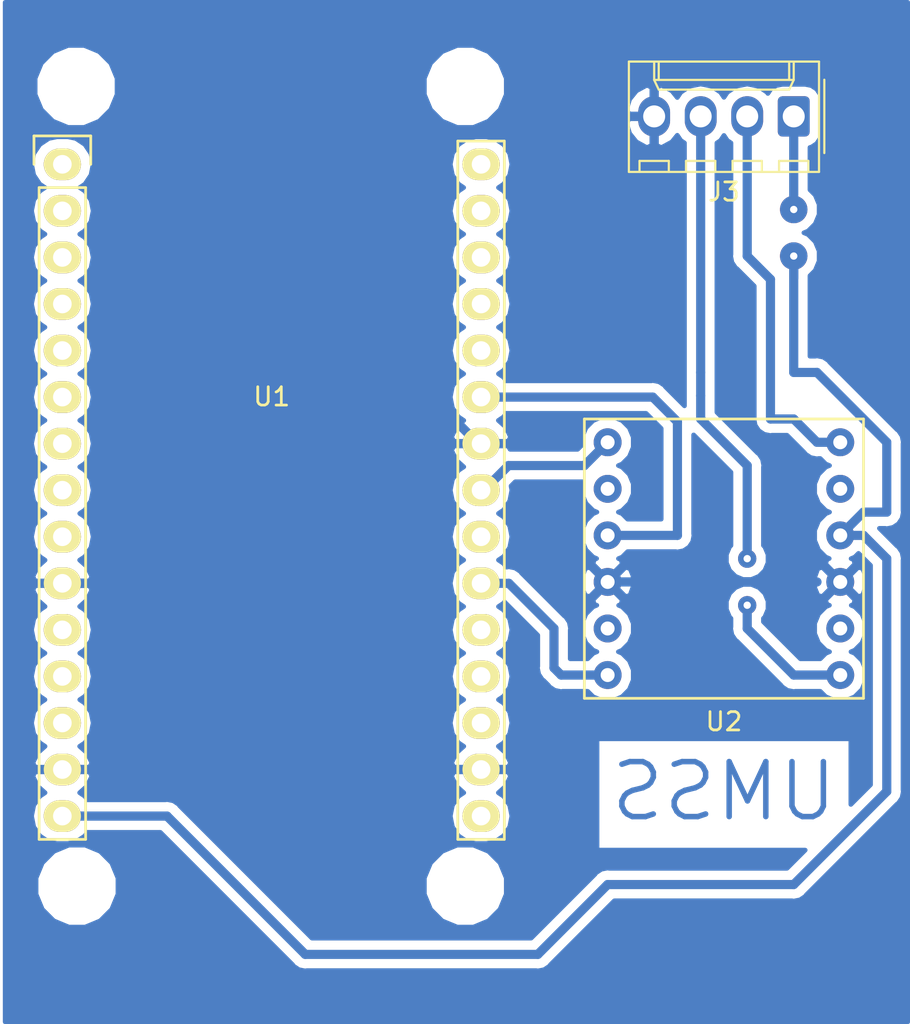
<source format=kicad_pcb>
(kicad_pcb (version 20171130) (host pcbnew 5.0.2+dfsg1-1~bpo9+1)

  (general
    (thickness 1.6)
    (drawings 1)
    (tracks 74)
    (zones 0)
    (modules 3)
    (nets 33)
  )

  (page A4)
  (layers
    (0 F.Cu signal)
    (31 B.Cu signal)
    (32 B.Adhes user)
    (33 F.Adhes user)
    (34 B.Paste user)
    (35 F.Paste user)
    (36 B.SilkS user)
    (37 F.SilkS user)
    (38 B.Mask user)
    (39 F.Mask user)
    (40 Dwgs.User user)
    (41 Cmts.User user)
    (42 Eco1.User user)
    (43 Eco2.User user)
    (44 Edge.Cuts user)
    (45 Margin user)
    (46 B.CrtYd user)
    (47 F.CrtYd user)
    (48 B.Fab user)
    (49 F.Fab user)
  )

  (setup
    (last_trace_width 0.5)
    (trace_clearance 0.2)
    (zone_clearance 0.508)
    (zone_45_only no)
    (trace_min 0.2)
    (segment_width 0.2)
    (edge_width 0.15)
    (via_size 1)
    (via_drill 0.4)
    (via_min_size 0.4)
    (via_min_drill 0.3)
    (uvia_size 0.3)
    (uvia_drill 0.1)
    (uvias_allowed no)
    (uvia_min_size 0.2)
    (uvia_min_drill 0.1)
    (pcb_text_width 0.3)
    (pcb_text_size 1.5 1.5)
    (mod_edge_width 0.15)
    (mod_text_size 1 1)
    (mod_text_width 0.15)
    (pad_size 1.524 1.524)
    (pad_drill 0.762)
    (pad_to_mask_clearance 0.051)
    (solder_mask_min_width 0.25)
    (aux_axis_origin 0 0)
    (visible_elements FFFFFF7F)
    (pcbplotparams
      (layerselection 0x01000_fffffffe)
      (usegerberextensions false)
      (usegerberattributes false)
      (usegerberadvancedattributes false)
      (creategerberjobfile false)
      (excludeedgelayer true)
      (linewidth 0.100000)
      (plotframeref false)
      (viasonmask false)
      (mode 1)
      (useauxorigin false)
      (hpglpennumber 1)
      (hpglpenspeed 20)
      (hpglpendiameter 15.000000)
      (psnegative false)
      (psa4output false)
      (plotreference true)
      (plotvalue true)
      (plotinvisibletext false)
      (padsonsilk false)
      (subtractmaskfromsilk false)
      (outputformat 5)
      (mirror true)
      (drillshape 0)
      (scaleselection 1)
      (outputdirectory "/home/cr0wg4n/Electronica/Circuits/Tetris-PCB/tetris-pcb/"))
  )

  (net 0 "")
  (net 1 +5V)
  (net 2 "Net-(J3-Pad2)")
  (net 3 "Net-(J3-Pad3)")
  (net 4 GND)
  (net 5 "Net-(U1-Pad1)")
  (net 6 "Net-(U1-Pad2)")
  (net 7 "Net-(U1-Pad3)")
  (net 8 "Net-(U1-Pad4)")
  (net 9 "Net-(U1-Pad5)")
  (net 10 "Net-(U1-Pad6)")
  (net 11 "Net-(U1-Pad7)")
  (net 12 "Net-(U1-Pad8)")
  (net 13 "Net-(U1-Pad9)")
  (net 14 "Net-(U1-Pad11)")
  (net 15 "Net-(U1-Pad12)")
  (net 16 "Net-(U1-Pad13)")
  (net 17 "Net-(U1-Pad30)")
  (net 18 "Net-(U1-Pad18)")
  (net 19 "Net-(U1-Pad19)")
  (net 20 "Net-(U1-Pad26)")
  (net 21 +3V3)
  (net 22 "Net-(U1-Pad22)")
  (net 23 Clock)
  (net 24 Data)
  (net 25 "Net-(U1-Pad20)")
  (net 26 "Net-(U1-Pad28)")
  (net 27 "Net-(U1-Pad27)")
  (net 28 "Net-(U1-Pad29)")
  (net 29 "Net-(U2-Pad5)")
  (net 30 "Net-(U2-Pad2)")
  (net 31 "Net-(U2-Pad8)")
  (net 32 "Net-(U2-Pad11)")

  (net_class Default "Esta es la clase de red por defecto."
    (clearance 0.2)
    (trace_width 0.5)
    (via_dia 1)
    (via_drill 0.4)
    (uvia_dia 0.3)
    (uvia_drill 0.1)
    (add_net +3V3)
    (add_net +5V)
    (add_net Clock)
    (add_net Data)
    (add_net GND)
    (add_net "Net-(J3-Pad2)")
    (add_net "Net-(J3-Pad3)")
    (add_net "Net-(U1-Pad1)")
    (add_net "Net-(U1-Pad11)")
    (add_net "Net-(U1-Pad12)")
    (add_net "Net-(U1-Pad13)")
    (add_net "Net-(U1-Pad18)")
    (add_net "Net-(U1-Pad19)")
    (add_net "Net-(U1-Pad2)")
    (add_net "Net-(U1-Pad20)")
    (add_net "Net-(U1-Pad22)")
    (add_net "Net-(U1-Pad26)")
    (add_net "Net-(U1-Pad27)")
    (add_net "Net-(U1-Pad28)")
    (add_net "Net-(U1-Pad29)")
    (add_net "Net-(U1-Pad3)")
    (add_net "Net-(U1-Pad30)")
    (add_net "Net-(U1-Pad4)")
    (add_net "Net-(U1-Pad5)")
    (add_net "Net-(U1-Pad6)")
    (add_net "Net-(U1-Pad7)")
    (add_net "Net-(U1-Pad8)")
    (add_net "Net-(U1-Pad9)")
    (add_net "Net-(U2-Pad11)")
    (add_net "Net-(U2-Pad2)")
    (add_net "Net-(U2-Pad5)")
    (add_net "Net-(U2-Pad8)")
  )

  (module Connector_Molex:Molex_KK-254_AE-6410-04A_1x04_P2.54mm_Vertical (layer F.Cu) (tedit 5B78013E) (tstamp 5D49B982)
    (at 156.21 90.17 180)
    (descr "Molex KK-254 Interconnect System, old/engineering part number: AE-6410-04A example for new part number: 22-27-2041, 4 Pins (http://www.molex.com/pdm_docs/sd/022272021_sd.pdf), generated with kicad-footprint-generator")
    (tags "connector Molex KK-254 side entry")
    (path /5D16A842)
    (fp_text reference J3 (at 3.81 -4.12 180) (layer F.SilkS)
      (effects (font (size 1 1) (thickness 0.15)))
    )
    (fp_text value Conn_01x04 (at 3.81 4.08 180) (layer F.Fab)
      (effects (font (size 1 1) (thickness 0.15)))
    )
    (fp_line (start -1.27 -2.92) (end -1.27 2.88) (layer F.Fab) (width 0.1))
    (fp_line (start -1.27 2.88) (end 8.89 2.88) (layer F.Fab) (width 0.1))
    (fp_line (start 8.89 2.88) (end 8.89 -2.92) (layer F.Fab) (width 0.1))
    (fp_line (start 8.89 -2.92) (end -1.27 -2.92) (layer F.Fab) (width 0.1))
    (fp_line (start -1.38 -3.03) (end -1.38 2.99) (layer F.SilkS) (width 0.12))
    (fp_line (start -1.38 2.99) (end 9 2.99) (layer F.SilkS) (width 0.12))
    (fp_line (start 9 2.99) (end 9 -3.03) (layer F.SilkS) (width 0.12))
    (fp_line (start 9 -3.03) (end -1.38 -3.03) (layer F.SilkS) (width 0.12))
    (fp_line (start -1.67 -2) (end -1.67 2) (layer F.SilkS) (width 0.12))
    (fp_line (start -1.27 -0.5) (end -0.562893 0) (layer F.Fab) (width 0.1))
    (fp_line (start -0.562893 0) (end -1.27 0.5) (layer F.Fab) (width 0.1))
    (fp_line (start 0 2.99) (end 0 1.99) (layer F.SilkS) (width 0.12))
    (fp_line (start 0 1.99) (end 7.62 1.99) (layer F.SilkS) (width 0.12))
    (fp_line (start 7.62 1.99) (end 7.62 2.99) (layer F.SilkS) (width 0.12))
    (fp_line (start 0 1.99) (end 0.25 1.46) (layer F.SilkS) (width 0.12))
    (fp_line (start 0.25 1.46) (end 7.37 1.46) (layer F.SilkS) (width 0.12))
    (fp_line (start 7.37 1.46) (end 7.62 1.99) (layer F.SilkS) (width 0.12))
    (fp_line (start 0.25 2.99) (end 0.25 1.99) (layer F.SilkS) (width 0.12))
    (fp_line (start 7.37 2.99) (end 7.37 1.99) (layer F.SilkS) (width 0.12))
    (fp_line (start -0.8 -3.03) (end -0.8 -2.43) (layer F.SilkS) (width 0.12))
    (fp_line (start -0.8 -2.43) (end 0.8 -2.43) (layer F.SilkS) (width 0.12))
    (fp_line (start 0.8 -2.43) (end 0.8 -3.03) (layer F.SilkS) (width 0.12))
    (fp_line (start 1.74 -3.03) (end 1.74 -2.43) (layer F.SilkS) (width 0.12))
    (fp_line (start 1.74 -2.43) (end 3.34 -2.43) (layer F.SilkS) (width 0.12))
    (fp_line (start 3.34 -2.43) (end 3.34 -3.03) (layer F.SilkS) (width 0.12))
    (fp_line (start 4.28 -3.03) (end 4.28 -2.43) (layer F.SilkS) (width 0.12))
    (fp_line (start 4.28 -2.43) (end 5.88 -2.43) (layer F.SilkS) (width 0.12))
    (fp_line (start 5.88 -2.43) (end 5.88 -3.03) (layer F.SilkS) (width 0.12))
    (fp_line (start 6.82 -3.03) (end 6.82 -2.43) (layer F.SilkS) (width 0.12))
    (fp_line (start 6.82 -2.43) (end 8.42 -2.43) (layer F.SilkS) (width 0.12))
    (fp_line (start 8.42 -2.43) (end 8.42 -3.03) (layer F.SilkS) (width 0.12))
    (fp_line (start -1.77 -3.42) (end -1.77 3.38) (layer F.CrtYd) (width 0.05))
    (fp_line (start -1.77 3.38) (end 9.39 3.38) (layer F.CrtYd) (width 0.05))
    (fp_line (start 9.39 3.38) (end 9.39 -3.42) (layer F.CrtYd) (width 0.05))
    (fp_line (start 9.39 -3.42) (end -1.77 -3.42) (layer F.CrtYd) (width 0.05))
    (fp_text user %R (at 3.81 -2.22 180) (layer F.Fab)
      (effects (font (size 1 1) (thickness 0.15)))
    )
    (pad 1 thru_hole roundrect (at 0 0 180) (size 1.74 2.2) (drill 1.2) (layers *.Cu *.Mask) (roundrect_rratio 0.143678)
      (net 1 +5V))
    (pad 2 thru_hole oval (at 2.54 0 180) (size 1.74 2.2) (drill 1.2) (layers *.Cu *.Mask)
      (net 2 "Net-(J3-Pad2)"))
    (pad 3 thru_hole oval (at 5.08 0 180) (size 1.74 2.2) (drill 1.2) (layers *.Cu *.Mask)
      (net 3 "Net-(J3-Pad3)"))
    (pad 4 thru_hole oval (at 7.62 0 180) (size 1.74 2.2) (drill 1.2) (layers *.Cu *.Mask)
      (net 4 GND))
    (model ${KISYS3DMOD}/Connector_Molex.3dshapes/Molex_KK-254_AE-6410-04A_1x04_P2.54mm_Vertical.wrl
      (at (xyz 0 0 0))
      (scale (xyz 1 1 1))
      (rotate (xyz 0 0 0))
    )
  )

  (module NodeMCU:NodeMCU_Amica_R2 (layer F.Cu) (tedit 5A22F9CB) (tstamp 5D49B9BA)
    (at 116.280001 92.785001)
    (descr "Through-hole-mounted NodeMCU 0.9")
    (tags nodemcu)
    (path /5D167134)
    (fp_text reference U1 (at 11.43 12.68) (layer F.SilkS)
      (effects (font (size 1 1) (thickness 0.15)))
    )
    (fp_text value NodeMCU_Amica_R2 (at 11.43 45.085) (layer F.Fab)
      (effects (font (size 2 2) (thickness 0.15)))
    )
    (fp_line (start 15.24 37.465) (end 15.24 42.545) (layer F.CrtYd) (width 0.15))
    (fp_line (start 7.62 37.465) (end 15.24 37.465) (layer F.CrtYd) (width 0.15))
    (fp_line (start 7.62 42.545) (end 7.62 37.465) (layer F.CrtYd) (width 0.15))
    (fp_line (start -1.905 42.545) (end -1.905 -6.35) (layer F.CrtYd) (width 0.15))
    (fp_line (start 24.765 42.545) (end -1.905 42.545) (layer F.CrtYd) (width 0.15))
    (fp_line (start 24.765 -6.35) (end 24.765 42.545) (layer F.CrtYd) (width 0.15))
    (fp_line (start -1.905 -6.35) (end 24.765 -6.35) (layer F.CrtYd) (width 0.15))
    (fp_line (start -1.27 1.27) (end -1.27 36.83) (layer F.SilkS) (width 0.15))
    (fp_line (start -1.27 36.83) (end 1.27 36.83) (layer F.SilkS) (width 0.15))
    (fp_line (start 1.27 36.83) (end 1.27 1.27) (layer F.SilkS) (width 0.15))
    (fp_line (start 1.55 -1.55) (end 1.55 0) (layer F.SilkS) (width 0.15))
    (fp_line (start 1.27 1.27) (end -1.27 1.27) (layer F.SilkS) (width 0.15))
    (fp_line (start -1.55 0) (end -1.55 -1.55) (layer F.SilkS) (width 0.15))
    (fp_line (start -1.55 -1.55) (end 1.55 -1.55) (layer F.SilkS) (width 0.15))
    (fp_line (start 21.59 36.83) (end 24.13 36.83) (layer F.SilkS) (width 0.15))
    (fp_line (start 21.59 -1.27) (end 21.59 36.83) (layer F.SilkS) (width 0.15))
    (fp_line (start 24.13 -1.27) (end 21.59 -1.27) (layer F.SilkS) (width 0.15))
    (fp_line (start 24.13 36.83) (end 24.13 -1.27) (layer F.SilkS) (width 0.15))
    (pad 1 thru_hole oval (at 0 0) (size 2.032 1.7272) (drill 1.016) (layers *.Cu *.Mask F.SilkS)
      (net 5 "Net-(U1-Pad1)"))
    (pad 2 thru_hole oval (at 0 2.54) (size 2.032 1.7272) (drill 1.016) (layers *.Cu *.Mask F.SilkS)
      (net 6 "Net-(U1-Pad2)"))
    (pad 3 thru_hole oval (at 0 5.08) (size 2.032 1.7272) (drill 1.016) (layers *.Cu *.Mask F.SilkS)
      (net 7 "Net-(U1-Pad3)"))
    (pad 4 thru_hole oval (at 0 7.62) (size 2.032 1.7272) (drill 1.016) (layers *.Cu *.Mask F.SilkS)
      (net 8 "Net-(U1-Pad4)"))
    (pad 5 thru_hole oval (at 0 10.16) (size 2.032 1.7272) (drill 1.016) (layers *.Cu *.Mask F.SilkS)
      (net 9 "Net-(U1-Pad5)"))
    (pad 6 thru_hole oval (at 0 12.7) (size 2.032 1.7272) (drill 1.016) (layers *.Cu *.Mask F.SilkS)
      (net 10 "Net-(U1-Pad6)"))
    (pad 7 thru_hole oval (at 0 15.24) (size 2.032 1.7272) (drill 1.016) (layers *.Cu *.Mask F.SilkS)
      (net 11 "Net-(U1-Pad7)"))
    (pad 8 thru_hole oval (at 0 17.78) (size 2.032 1.7272) (drill 1.016) (layers *.Cu *.Mask F.SilkS)
      (net 12 "Net-(U1-Pad8)"))
    (pad 9 thru_hole oval (at 0 20.32) (size 2.032 1.7272) (drill 1.016) (layers *.Cu *.Mask F.SilkS)
      (net 13 "Net-(U1-Pad9)"))
    (pad 10 thru_hole oval (at 0 22.86) (size 2.032 1.7272) (drill 1.016) (layers *.Cu *.Mask F.SilkS)
      (net 4 GND))
    (pad 11 thru_hole oval (at 0 25.4) (size 2.032 1.7272) (drill 1.016) (layers *.Cu *.Mask F.SilkS)
      (net 14 "Net-(U1-Pad11)"))
    (pad 12 thru_hole oval (at 0 27.94) (size 2.032 1.7272) (drill 1.016) (layers *.Cu *.Mask F.SilkS)
      (net 15 "Net-(U1-Pad12)"))
    (pad 13 thru_hole oval (at 0 30.48) (size 2.032 1.7272) (drill 1.016) (layers *.Cu *.Mask F.SilkS)
      (net 16 "Net-(U1-Pad13)"))
    (pad 14 thru_hole oval (at 0 33.02) (size 2.032 1.7272) (drill 1.016) (layers *.Cu *.Mask F.SilkS)
      (net 4 GND))
    (pad 15 thru_hole oval (at 0 35.56) (size 2.032 1.7272) (drill 1.016) (layers *.Cu *.Mask F.SilkS)
      (net 1 +5V))
    (pad 30 thru_hole oval (at 22.86 0) (size 2.032 1.7272) (drill 1.016) (layers *.Cu *.Mask F.SilkS)
      (net 17 "Net-(U1-Pad30)"))
    (pad 18 thru_hole oval (at 22.86 30.48) (size 2.032 1.7272) (drill 1.016) (layers *.Cu *.Mask F.SilkS)
      (net 18 "Net-(U1-Pad18)"))
    (pad 17 thru_hole oval (at 22.86 33.02) (size 2.032 1.7272) (drill 1.016) (layers *.Cu *.Mask F.SilkS)
      (net 4 GND))
    (pad 19 thru_hole oval (at 22.86 27.94) (size 2.032 1.7272) (drill 1.016) (layers *.Cu *.Mask F.SilkS)
      (net 19 "Net-(U1-Pad19)"))
    (pad 25 thru_hole oval (at 22.86 12.7) (size 2.032 1.7272) (drill 1.016) (layers *.Cu *.Mask F.SilkS)
      (net 21 +3V3))
    (pad 26 thru_hole oval (at 22.86 10.16) (size 2.032 1.7272) (drill 1.016) (layers *.Cu *.Mask F.SilkS)
      (net 20 "Net-(U1-Pad26)"))
    (pad 24 thru_hole oval (at 22.86 15.24) (size 2.032 1.7272) (drill 1.016) (layers *.Cu *.Mask F.SilkS)
      (net 4 GND))
    (pad 16 thru_hole oval (at 22.86 35.56) (size 2.032 1.7272) (drill 1.016) (layers *.Cu *.Mask F.SilkS)
      (net 21 +3V3))
    (pad 22 thru_hole oval (at 22.86 20.32) (size 2.032 1.7272) (drill 1.016) (layers *.Cu *.Mask F.SilkS)
      (net 22 "Net-(U1-Pad22)"))
    (pad 23 thru_hole oval (at 22.86 17.78) (size 2.032 1.7272) (drill 1.016) (layers *.Cu *.Mask F.SilkS)
      (net 23 Clock))
    (pad 21 thru_hole oval (at 22.86 22.86) (size 2.032 1.7272) (drill 1.016) (layers *.Cu *.Mask F.SilkS)
      (net 24 Data))
    (pad 20 thru_hole oval (at 22.86 25.4) (size 2.032 1.7272) (drill 1.016) (layers *.Cu *.Mask F.SilkS)
      (net 25 "Net-(U1-Pad20)"))
    (pad 28 thru_hole oval (at 22.86 5.08) (size 2.032 1.7272) (drill 1.016) (layers *.Cu *.Mask F.SilkS)
      (net 26 "Net-(U1-Pad28)"))
    (pad 27 thru_hole oval (at 22.86 7.62) (size 2.032 1.7272) (drill 1.016) (layers *.Cu *.Mask F.SilkS)
      (net 27 "Net-(U1-Pad27)"))
    (pad 29 thru_hole oval (at 22.86 2.54) (size 2.032 1.7272) (drill 1.016) (layers *.Cu *.Mask F.SilkS)
      (net 28 "Net-(U1-Pad29)"))
    (pad "" np_thru_hole circle (at 0.8 39.38) (size 3.2 3.2) (drill 3.2) (layers *.Cu *.Mask))
    (pad "" np_thru_hole circle (at 22 39.38) (size 3.2 3.2) (drill 3.2) (layers *.Cu *.Mask))
    (pad "" np_thru_hole circle (at 22 -4.25) (size 3.2 3.2) (drill 3.2) (layers *.Cu *.Mask))
    (pad "" np_thru_hole circle (at 0.75 -4.25) (size 3.2 3.2) (drill 3.2) (layers *.Cu *.Mask))
  )

  (module NodeMCU:level_converter (layer F.Cu) (tedit 5D17FEE7) (tstamp 5D3C5790)
    (at 152.4 110.49)
    (path /5D16C923)
    (fp_text reference U2 (at 0 12.7) (layer F.SilkS)
      (effects (font (size 1 1) (thickness 0.15)))
    )
    (fp_text value level-converter (at 0 -6.35) (layer F.Fab)
      (effects (font (size 1 1) (thickness 0.15)))
    )
    (fp_line (start -7.62 -3.81) (end 7.62 -3.81) (layer F.SilkS) (width 0.15))
    (fp_line (start 7.62 -3.81) (end 7.62 11.43) (layer F.SilkS) (width 0.15))
    (fp_line (start 7.62 11.43) (end -7.62 11.43) (layer F.SilkS) (width 0.15))
    (fp_line (start -7.62 11.43) (end -7.62 -3.81) (layer F.SilkS) (width 0.15))
    (pad 1 thru_hole circle (at -6.35 -2.54) (size 1.524 1.524) (drill 0.762) (layers *.Cu *.Mask)
      (net 23 Clock))
    (pad 5 thru_hole circle (at -6.35 7.62) (size 1.524 1.524) (drill 0.762) (layers *.Cu *.Mask)
      (net 29 "Net-(U2-Pad5)"))
    (pad 2 thru_hole circle (at -6.35 0) (size 1.524 1.524) (drill 0.762) (layers *.Cu *.Mask)
      (net 30 "Net-(U2-Pad2)"))
    (pad 3 thru_hole circle (at -6.35 2.54) (size 1.524 1.524) (drill 0.762) (layers *.Cu *.Mask)
      (net 21 +3V3))
    (pad 4 thru_hole circle (at -6.35 5.08) (size 1.524 1.524) (drill 0.762) (layers *.Cu *.Mask)
      (net 4 GND))
    (pad 6 thru_hole circle (at -6.35 10.16) (size 1.524 1.524) (drill 0.762) (layers *.Cu *.Mask)
      (net 24 Data))
    (pad 7 thru_hole circle (at 6.35 -2.54) (size 1.524 1.524) (drill 0.762) (layers *.Cu *.Mask)
      (net 2 "Net-(J3-Pad2)"))
    (pad 8 thru_hole circle (at 6.35 0) (size 1.524 1.524) (drill 0.762) (layers *.Cu *.Mask)
      (net 31 "Net-(U2-Pad8)"))
    (pad 9 thru_hole circle (at 6.35 2.54) (size 1.524 1.524) (drill 0.762) (layers *.Cu *.Mask)
      (net 1 +5V))
    (pad 10 thru_hole circle (at 6.35 5.08) (size 1.524 1.524) (drill 0.762) (layers *.Cu *.Mask)
      (net 4 GND))
    (pad 11 thru_hole circle (at 6.35 7.62) (size 1.524 1.524) (drill 0.762) (layers *.Cu *.Mask)
      (net 32 "Net-(U2-Pad11)"))
    (pad 12 thru_hole circle (at 6.35 10.16) (size 1.524 1.524) (drill 0.762) (layers *.Cu *.Mask)
      (net 3 "Net-(J3-Pad3)"))
  )

  (gr_text UMSS (at 152.4 127) (layer B.Cu)
    (effects (font (size 3 3) (thickness 0.3)) (justify mirror))
  )

  (via (at 156.21 97.79) (size 1.5) (drill 0.4) (layers F.Cu B.Cu) (net 1))
  (segment (start 156.21 97.79) (end 156.21 98.289991) (width 0.5) (layer B.Cu) (net 1))
  (segment (start 160.02 111.76) (end 158.75 113.03) (width 0.5) (layer B.Cu) (net 1))
  (segment (start 161.29 111.76) (end 160.02 111.76) (width 0.5) (layer B.Cu) (net 1))
  (segment (start 156.21 104.14) (end 157.48 104.14) (width 0.5) (layer B.Cu) (net 1))
  (segment (start 161.29 107.95) (end 161.29 111.76) (width 0.5) (layer B.Cu) (net 1))
  (segment (start 157.48 104.14) (end 161.29 107.95) (width 0.5) (layer B.Cu) (net 1))
  (segment (start 129.54 135.89) (end 121.995001 128.345001) (width 0.5) (layer B.Cu) (net 1))
  (segment (start 142.24 135.89) (end 129.54 135.89) (width 0.5) (layer B.Cu) (net 1))
  (segment (start 146.05 132.08) (end 142.24 135.89) (width 0.5) (layer B.Cu) (net 1))
  (segment (start 121.995001 128.345001) (end 116.280001 128.345001) (width 0.5) (layer B.Cu) (net 1))
  (segment (start 158.75 113.03) (end 160.02 113.03) (width 0.5) (layer B.Cu) (net 1))
  (segment (start 156.21 132.08) (end 146.05 132.08) (width 0.5) (layer B.Cu) (net 1))
  (segment (start 160.02 113.03) (end 161.29 114.3) (width 0.5) (layer B.Cu) (net 1))
  (segment (start 161.29 114.3) (end 161.29 127) (width 0.5) (layer B.Cu) (net 1))
  (segment (start 161.29 127) (end 156.21 132.08) (width 0.5) (layer B.Cu) (net 1))
  (segment (start 156.21 98.289991) (end 156.21 98.990001) (width 0.5) (layer B.Cu) (net 1))
  (segment (start 156.21 104.14) (end 156.21 98.289991) (width 0.5) (layer B.Cu) (net 1))
  (segment (start 156.21 90.17) (end 156.21 95.25) (width 0.5) (layer B.Cu) (net 1))
  (segment (start 156.21 95.25) (end 156.21 95.25) (width 0.5) (layer B.Cu) (net 1) (tstamp 5D3CAD28))
  (via (at 156.21 95.25) (size 1.5) (drill 0.4) (layers F.Cu B.Cu) (net 1))
  (segment (start 153.67 90.17) (end 153.67 97.79) (width 0.5) (layer B.Cu) (net 2))
  (segment (start 153.67 97.79) (end 154.94 99.06) (width 0.5) (layer B.Cu) (net 2))
  (segment (start 154.94 99.06) (end 154.94 106.68) (width 0.5) (layer B.Cu) (net 2))
  (segment (start 156.21 106.68) (end 157.48 107.95) (width 0.5) (layer B.Cu) (net 2))
  (segment (start 154.94 106.68) (end 156.21 106.68) (width 0.5) (layer B.Cu) (net 2))
  (segment (start 157.48 107.95) (end 158.75 107.95) (width 0.5) (layer B.Cu) (net 2))
  (segment (start 156.21 120.65) (end 153.67 118.11) (width 0.5) (layer B.Cu) (net 3))
  (segment (start 153.67 118.11) (end 153.67 116.84) (width 0.5) (layer B.Cu) (net 3))
  (segment (start 151.13 90.17) (end 151.13 104.14) (width 0.5) (layer B.Cu) (net 3))
  (segment (start 151.13 104.14) (end 151.13 105.41) (width 0.5) (layer B.Cu) (net 3))
  (segment (start 151.13 105.41) (end 151.13 106.68) (width 0.5) (layer B.Cu) (net 3))
  (segment (start 151.13 106.68) (end 153.67 109.22) (width 0.5) (layer B.Cu) (net 3))
  (segment (start 153.67 109.22) (end 153.67 114.3) (width 0.5) (layer B.Cu) (net 3))
  (segment (start 153.67 114.3) (end 153.67 114.3) (width 0.5) (layer B.Cu) (net 3) (tstamp 5D49BCDC))
  (via (at 153.67 114.3) (size 1) (drill 0.4) (layers F.Cu B.Cu) (net 3))
  (segment (start 153.67 116.84) (end 153.67 116.84) (width 0.5) (layer B.Cu) (net 3) (tstamp 5D49BCDE))
  (via (at 153.67 116.84) (size 1) (drill 0.4) (layers F.Cu B.Cu) (net 3))
  (segment (start 156.21 120.65) (end 158.75 120.65) (width 0.5) (layer B.Cu) (net 3))
  (segment (start 125.73 123.579) (end 125.73 125.805001) (width 0.5) (layer B.Cu) (net 4))
  (segment (start 117.796001 115.645001) (end 125.73 123.579) (width 0.5) (layer B.Cu) (net 4))
  (segment (start 116.280001 115.645001) (end 117.796001 115.645001) (width 0.5) (layer B.Cu) (net 4))
  (segment (start 116.280001 125.805001) (end 125.73 125.805001) (width 0.5) (layer B.Cu) (net 4))
  (segment (start 125.73 125.805001) (end 139.140001 125.805001) (width 0.5) (layer B.Cu) (net 4))
  (segment (start 142.688761 125.805001) (end 145.303762 123.19) (width 0.5) (layer B.Cu) (net 4))
  (segment (start 139.140001 125.805001) (end 142.688761 125.805001) (width 0.5) (layer B.Cu) (net 4))
  (segment (start 145.303762 123.19) (end 146.05 123.19) (width 0.5) (layer B.Cu) (net 4))
  (segment (start 146.05 123.19) (end 149.86 119.38) (width 0.5) (layer B.Cu) (net 4))
  (segment (start 149.86 119.38) (end 149.86 115.57) (width 0.5) (layer B.Cu) (net 4))
  (segment (start 146.05 115.57) (end 149.86 115.57) (width 0.5) (layer B.Cu) (net 4))
  (segment (start 142.24 88.9) (end 144.78 88.9) (width 0.5) (layer B.Cu) (net 4))
  (segment (start 142.24 85.09) (end 142.24 88.9) (width 0.5) (layer B.Cu) (net 4))
  (segment (start 137.16 85.09) (end 142.24 85.09) (width 0.5) (layer B.Cu) (net 4))
  (segment (start 139.140001 108.025001) (end 138.987601 108.025001) (width 0.5) (layer B.Cu) (net 4))
  (segment (start 144.78 88.9) (end 146.05 90.17) (width 0.5) (layer B.Cu) (net 4))
  (segment (start 138.987601 108.025001) (end 134.62 103.6574) (width 0.5) (layer B.Cu) (net 4))
  (segment (start 146.05 90.17) (end 148.59 90.17) (width 0.5) (layer B.Cu) (net 4))
  (segment (start 134.62 103.6574) (end 134.62 87.63) (width 0.5) (layer B.Cu) (net 4))
  (segment (start 134.62 87.63) (end 137.16 85.09) (width 0.5) (layer B.Cu) (net 4))
  (segment (start 149.86 115.57) (end 157.48 115.57) (width 0.5) (layer B.Cu) (net 4))
  (segment (start 139.140001 105.485001) (end 148.514999 105.485001) (width 0.5) (layer B.Cu) (net 21))
  (segment (start 148.514999 105.485001) (end 149.86 106.830002) (width 0.5) (layer B.Cu) (net 21))
  (segment (start 149.86 106.830002) (end 149.86 113.03) (width 0.5) (layer B.Cu) (net 21))
  (segment (start 146.05 113.03) (end 149.86 113.03) (width 0.5) (layer B.Cu) (net 21))
  (segment (start 139.292401 110.565001) (end 140.637402 109.22) (width 0.5) (layer B.Cu) (net 23))
  (segment (start 139.140001 110.565001) (end 139.292401 110.565001) (width 0.5) (layer B.Cu) (net 23))
  (segment (start 144.78 109.22) (end 146.05 107.95) (width 0.5) (layer B.Cu) (net 23))
  (segment (start 140.637402 109.22) (end 144.78 109.22) (width 0.5) (layer B.Cu) (net 23))
  (segment (start 139.140001 115.645001) (end 139.292401 115.645001) (width 0.25) (layer B.Cu) (net 24))
  (segment (start 140.656001 115.645001) (end 143.121 118.11) (width 0.5) (layer B.Cu) (net 24))
  (segment (start 139.140001 115.645001) (end 140.656001 115.645001) (width 0.5) (layer B.Cu) (net 24))
  (segment (start 143.121 118.11) (end 143.121 120.261) (width 0.5) (layer B.Cu) (net 24))
  (segment (start 143.51 120.65) (end 146.05 120.65) (width 0.5) (layer B.Cu) (net 24))
  (segment (start 143.121 120.261) (end 143.51 120.65) (width 0.5) (layer B.Cu) (net 24))

  (zone (net 4) (net_name GND) (layer B.Cu) (tstamp 5D3CAF1D) (hatch edge 0.508)
    (connect_pads (clearance 0.508))
    (min_thickness 0.254)
    (fill yes (arc_segments 16) (thermal_gap 0.508) (thermal_bridge_width 0.508))
    (polygon
      (pts
        (xy 113.03 83.82) (xy 162.56 83.82) (xy 162.56 139.7) (xy 113.03 139.7)
      )
    )
    (filled_polygon
      (pts
        (xy 162.433 139.573) (xy 113.157 139.573) (xy 113.157 131.720432) (xy 114.845001 131.720432) (xy 114.845001 132.60957)
        (xy 115.18526 133.431027) (xy 115.813975 134.059742) (xy 116.635432 134.400001) (xy 117.52457 134.400001) (xy 118.346027 134.059742)
        (xy 118.974742 133.431027) (xy 119.315001 132.60957) (xy 119.315001 131.720432) (xy 118.974742 130.898975) (xy 118.346027 130.27026)
        (xy 117.52457 129.930001) (xy 116.635432 129.930001) (xy 115.813975 130.27026) (xy 115.18526 130.898975) (xy 114.845001 131.720432)
        (xy 113.157 131.720432) (xy 113.157 128.345001) (xy 114.599642 128.345001) (xy 114.715951 128.929726) (xy 115.047171 129.425431)
        (xy 115.542876 129.756651) (xy 115.980003 129.843601) (xy 116.579999 129.843601) (xy 117.017126 129.756651) (xy 117.512831 129.425431)
        (xy 117.643413 129.230001) (xy 121.628423 129.230001) (xy 128.852577 136.454156) (xy 128.901951 136.528049) (xy 128.975844 136.577423)
        (xy 128.975845 136.577424) (xy 129.19469 136.723652) (xy 129.452835 136.775) (xy 129.452839 136.775) (xy 129.54 136.792337)
        (xy 129.627161 136.775) (xy 142.152839 136.775) (xy 142.24 136.792337) (xy 142.327161 136.775) (xy 142.327165 136.775)
        (xy 142.58531 136.723652) (xy 142.878049 136.528049) (xy 142.927425 136.454153) (xy 146.416579 132.965) (xy 156.122839 132.965)
        (xy 156.21 132.982337) (xy 156.297161 132.965) (xy 156.297165 132.965) (xy 156.55531 132.913652) (xy 156.848049 132.718049)
        (xy 156.897425 132.644153) (xy 161.854156 127.687423) (xy 161.928049 127.638049) (xy 162.123652 127.34531) (xy 162.175 127.087165)
        (xy 162.175 127.087161) (xy 162.192337 127) (xy 162.175 126.912839) (xy 162.175 114.387159) (xy 162.192337 114.299999)
        (xy 162.175 114.212839) (xy 162.175 114.212835) (xy 162.123652 113.95469) (xy 161.928049 113.661951) (xy 161.854156 113.612577)
        (xy 160.886578 112.645) (xy 161.202836 112.645) (xy 161.29 112.662338) (xy 161.63531 112.593652) (xy 161.928049 112.398049)
        (xy 162.123652 112.10531) (xy 162.175 111.847165) (xy 162.192338 111.76) (xy 162.175 111.672835) (xy 162.175 108.037161)
        (xy 162.192337 107.95) (xy 162.175 107.862839) (xy 162.175 107.862835) (xy 162.123652 107.60469) (xy 162.032352 107.468051)
        (xy 161.977424 107.385845) (xy 161.977423 107.385844) (xy 161.928049 107.311951) (xy 161.854156 107.262577) (xy 158.167425 103.575847)
        (xy 158.118049 103.501951) (xy 157.82531 103.306348) (xy 157.567165 103.255) (xy 157.567161 103.255) (xy 157.48 103.237663)
        (xy 157.392839 103.255) (xy 157.095 103.255) (xy 157.095 98.863687) (xy 157.384147 98.57454) (xy 157.595 98.065494)
        (xy 157.595 97.514506) (xy 157.384147 97.00546) (xy 156.99454 96.615853) (xy 156.76313 96.52) (xy 156.99454 96.424147)
        (xy 157.384147 96.03454) (xy 157.595 95.525494) (xy 157.595 94.974506) (xy 157.384147 94.46546) (xy 157.095 94.176313)
        (xy 157.095 91.864729) (xy 157.173436 91.849127) (xy 157.464586 91.654586) (xy 157.659127 91.363436) (xy 157.72744 91.020001)
        (xy 157.72744 89.319999) (xy 157.659127 88.976564) (xy 157.464586 88.685414) (xy 157.173436 88.490873) (xy 156.830001 88.42256)
        (xy 155.589999 88.42256) (xy 155.246564 88.490873) (xy 154.955414 88.685414) (xy 154.798586 88.920122) (xy 154.755044 88.854956)
        (xy 154.257222 88.522322) (xy 153.67 88.405516) (xy 153.082779 88.522322) (xy 152.584956 88.854956) (xy 152.4 89.131763)
        (xy 152.215044 88.854956) (xy 151.717222 88.522322) (xy 151.13 88.405516) (xy 150.542779 88.522322) (xy 150.044956 88.854956)
        (xy 149.85284 89.142477) (xy 149.560491 88.779467) (xy 149.0425 88.496416) (xy 148.950031 88.478698) (xy 148.717 88.599754)
        (xy 148.717 90.043) (xy 148.737 90.043) (xy 148.737 90.297) (xy 148.717 90.297) (xy 148.717 91.740246)
        (xy 148.950031 91.861302) (xy 149.0425 91.843584) (xy 149.560491 91.560533) (xy 149.852841 91.197522) (xy 150.044956 91.485044)
        (xy 150.245 91.618709) (xy 150.245001 104.052831) (xy 150.245 104.052836) (xy 150.245001 105.322832) (xy 150.245 105.322836)
        (xy 150.245 105.963424) (xy 149.202424 104.920848) (xy 149.153048 104.846952) (xy 148.860309 104.651349) (xy 148.602164 104.600001)
        (xy 148.60216 104.600001) (xy 148.514999 104.582664) (xy 148.427838 104.600001) (xy 140.503413 104.600001) (xy 140.372831 104.404571)
        (xy 140.08912 104.215001) (xy 140.372831 104.025431) (xy 140.704051 103.529726) (xy 140.82036 102.945001) (xy 140.704051 102.360276)
        (xy 140.372831 101.864571) (xy 140.08912 101.675001) (xy 140.372831 101.485431) (xy 140.704051 100.989726) (xy 140.82036 100.405001)
        (xy 140.704051 99.820276) (xy 140.372831 99.324571) (xy 140.08912 99.135001) (xy 140.372831 98.945431) (xy 140.704051 98.449726)
        (xy 140.82036 97.865001) (xy 140.704051 97.280276) (xy 140.372831 96.784571) (xy 140.08912 96.595001) (xy 140.372831 96.405431)
        (xy 140.704051 95.909726) (xy 140.82036 95.325001) (xy 140.704051 94.740276) (xy 140.372831 94.244571) (xy 140.08912 94.055001)
        (xy 140.372831 93.865431) (xy 140.704051 93.369726) (xy 140.82036 92.785001) (xy 140.704051 92.200276) (xy 140.372831 91.704571)
        (xy 139.877126 91.373351) (xy 139.439999 91.286401) (xy 138.840003 91.286401) (xy 138.402876 91.373351) (xy 137.907171 91.704571)
        (xy 137.575951 92.200276) (xy 137.459642 92.785001) (xy 137.575951 93.369726) (xy 137.907171 93.865431) (xy 138.190882 94.055001)
        (xy 137.907171 94.244571) (xy 137.575951 94.740276) (xy 137.459642 95.325001) (xy 137.575951 95.909726) (xy 137.907171 96.405431)
        (xy 138.190882 96.595001) (xy 137.907171 96.784571) (xy 137.575951 97.280276) (xy 137.459642 97.865001) (xy 137.575951 98.449726)
        (xy 137.907171 98.945431) (xy 138.190882 99.135001) (xy 137.907171 99.324571) (xy 137.575951 99.820276) (xy 137.459642 100.405001)
        (xy 137.575951 100.989726) (xy 137.907171 101.485431) (xy 138.190882 101.675001) (xy 137.907171 101.864571) (xy 137.575951 102.360276)
        (xy 137.459642 102.945001) (xy 137.575951 103.529726) (xy 137.907171 104.025431) (xy 138.190882 104.215001) (xy 137.907171 104.404571)
        (xy 137.575951 104.900276) (xy 137.459642 105.485001) (xy 137.575951 106.069726) (xy 137.907171 106.565431) (xy 138.196733 106.758911)
        (xy 137.789269 107.122965) (xy 137.535292 107.65021) (xy 137.532643 107.665975) (xy 137.653784 107.898001) (xy 139.013001 107.898001)
        (xy 139.013001 107.878001) (xy 139.267001 107.878001) (xy 139.267001 107.898001) (xy 140.626218 107.898001) (xy 140.747359 107.665975)
        (xy 140.74471 107.65021) (xy 140.490733 107.122965) (xy 140.083269 106.758911) (xy 140.372831 106.565431) (xy 140.503413 106.370001)
        (xy 148.148421 106.370001) (xy 148.975 107.196581) (xy 148.975001 112.145) (xy 147.140657 112.145) (xy 146.841337 111.84568)
        (xy 146.634487 111.76) (xy 146.841337 111.67432) (xy 147.23432 111.281337) (xy 147.447 110.767881) (xy 147.447 110.212119)
        (xy 147.23432 109.698663) (xy 146.841337 109.30568) (xy 146.634487 109.22) (xy 146.841337 109.13432) (xy 147.23432 108.741337)
        (xy 147.447 108.227881) (xy 147.447 107.672119) (xy 147.23432 107.158663) (xy 146.841337 106.76568) (xy 146.327881 106.553)
        (xy 145.772119 106.553) (xy 145.258663 106.76568) (xy 144.86568 107.158663) (xy 144.653 107.672119) (xy 144.653 108.095422)
        (xy 144.413422 108.335) (xy 140.724563 108.335) (xy 140.721437 108.334378) (xy 140.626218 108.152001) (xy 139.267001 108.152001)
        (xy 139.267001 108.172001) (xy 139.013001 108.172001) (xy 139.013001 108.152001) (xy 137.653784 108.152001) (xy 137.532643 108.384027)
        (xy 137.535292 108.399792) (xy 137.789269 108.927037) (xy 138.196733 109.291091) (xy 137.907171 109.484571) (xy 137.575951 109.980276)
        (xy 137.459642 110.565001) (xy 137.575951 111.149726) (xy 137.907171 111.645431) (xy 138.190882 111.835001) (xy 137.907171 112.024571)
        (xy 137.575951 112.520276) (xy 137.459642 113.105001) (xy 137.575951 113.689726) (xy 137.907171 114.185431) (xy 138.190882 114.375001)
        (xy 137.907171 114.564571) (xy 137.575951 115.060276) (xy 137.459642 115.645001) (xy 137.575951 116.229726) (xy 137.907171 116.725431)
        (xy 138.190882 116.915001) (xy 137.907171 117.104571) (xy 137.575951 117.600276) (xy 137.459642 118.185001) (xy 137.575951 118.769726)
        (xy 137.907171 119.265431) (xy 138.190882 119.455001) (xy 137.907171 119.644571) (xy 137.575951 120.140276) (xy 137.459642 120.725001)
        (xy 137.575951 121.309726) (xy 137.907171 121.805431) (xy 138.190882 121.995001) (xy 137.907171 122.184571) (xy 137.575951 122.680276)
        (xy 137.459642 123.265001) (xy 137.575951 123.849726) (xy 137.907171 124.345431) (xy 138.196733 124.538911) (xy 137.789269 124.902965)
        (xy 137.535292 125.43021) (xy 137.532643 125.445975) (xy 137.653784 125.678001) (xy 139.013001 125.678001) (xy 139.013001 125.658001)
        (xy 139.267001 125.658001) (xy 139.267001 125.678001) (xy 140.626218 125.678001) (xy 140.747359 125.445975) (xy 140.74471 125.43021)
        (xy 140.490733 124.902965) (xy 140.083269 124.538911) (xy 140.372831 124.345431) (xy 140.704051 123.849726) (xy 140.82036 123.265001)
        (xy 140.704051 122.680276) (xy 140.372831 122.184571) (xy 140.08912 121.995001) (xy 140.372831 121.805431) (xy 140.704051 121.309726)
        (xy 140.82036 120.725001) (xy 140.704051 120.140276) (xy 140.372831 119.644571) (xy 140.08912 119.455001) (xy 140.372831 119.265431)
        (xy 140.704051 118.769726) (xy 140.82036 118.185001) (xy 140.704051 117.600276) (xy 140.372831 117.104571) (xy 140.08912 116.915001)
        (xy 140.372831 116.725431) (xy 140.417701 116.658279) (xy 142.236 118.476579) (xy 142.236001 120.173835) (xy 142.218663 120.261)
        (xy 142.287348 120.606309) (xy 142.433576 120.825154) (xy 142.433578 120.825156) (xy 142.482952 120.899049) (xy 142.556845 120.948423)
        (xy 142.822575 121.214153) (xy 142.871951 121.288049) (xy 143.16469 121.483652) (xy 143.422835 121.535) (xy 143.42284 121.535)
        (xy 143.509999 121.552337) (xy 143.597159 121.535) (xy 144.959343 121.535) (xy 145.258663 121.83432) (xy 145.772119 122.047)
        (xy 146.327881 122.047) (xy 146.841337 121.83432) (xy 147.23432 121.441337) (xy 147.447 120.927881) (xy 147.447 120.372119)
        (xy 147.23432 119.858663) (xy 146.841337 119.46568) (xy 146.634487 119.38) (xy 146.841337 119.29432) (xy 147.23432 118.901337)
        (xy 147.447 118.387881) (xy 147.447 117.832119) (xy 147.23432 117.318663) (xy 146.841337 116.92568) (xy 146.650353 116.846572)
        (xy 146.781143 116.792397) (xy 146.832245 116.614234) (xy 152.535 116.614234) (xy 152.535 117.065766) (xy 152.707793 117.482926)
        (xy 152.785 117.560133) (xy 152.785 118.022839) (xy 152.767663 118.11) (xy 152.785 118.197161) (xy 152.785 118.197164)
        (xy 152.836348 118.455309) (xy 153.031951 118.748049) (xy 153.105846 118.797424) (xy 155.522577 121.214156) (xy 155.571951 121.288049)
        (xy 155.645844 121.337423) (xy 155.645845 121.337424) (xy 155.75688 121.411615) (xy 155.86469 121.483652) (xy 156.122835 121.535)
        (xy 156.122839 121.535) (xy 156.209999 121.552337) (xy 156.297159 121.535) (xy 157.659343 121.535) (xy 157.958663 121.83432)
        (xy 158.472119 122.047) (xy 159.027881 122.047) (xy 159.541337 121.83432) (xy 159.93432 121.441337) (xy 160.147 120.927881)
        (xy 160.147 120.372119) (xy 159.93432 119.858663) (xy 159.541337 119.46568) (xy 159.334487 119.38) (xy 159.541337 119.29432)
        (xy 159.93432 118.901337) (xy 160.147 118.387881) (xy 160.147 117.832119) (xy 159.93432 117.318663) (xy 159.541337 116.92568)
        (xy 159.350353 116.846572) (xy 159.481143 116.792397) (xy 159.550608 116.550213) (xy 158.75 115.749605) (xy 157.949392 116.550213)
        (xy 158.018857 116.792397) (xy 158.159393 116.842535) (xy 157.958663 116.92568) (xy 157.56568 117.318663) (xy 157.353 117.832119)
        (xy 157.353 118.387881) (xy 157.56568 118.901337) (xy 157.958663 119.29432) (xy 158.165513 119.38) (xy 157.958663 119.46568)
        (xy 157.659343 119.765) (xy 156.576579 119.765) (xy 154.555 117.743422) (xy 154.555 117.560133) (xy 154.632207 117.482926)
        (xy 154.805 117.065766) (xy 154.805 116.614234) (xy 154.632207 116.197074) (xy 154.312926 115.877793) (xy 153.895766 115.705)
        (xy 153.444234 115.705) (xy 153.027074 115.877793) (xy 152.707793 116.197074) (xy 152.535 116.614234) (xy 146.832245 116.614234)
        (xy 146.850608 116.550213) (xy 146.05 115.749605) (xy 145.249392 116.550213) (xy 145.318857 116.792397) (xy 145.459393 116.842535)
        (xy 145.258663 116.92568) (xy 144.86568 117.318663) (xy 144.653 117.832119) (xy 144.653 118.387881) (xy 144.86568 118.901337)
        (xy 145.258663 119.29432) (xy 145.465513 119.38) (xy 145.258663 119.46568) (xy 144.959343 119.765) (xy 144.006 119.765)
        (xy 144.006 118.19716) (xy 144.023337 118.109999) (xy 144.006 118.022836) (xy 144.006 118.022835) (xy 143.954652 117.76469)
        (xy 143.893822 117.673652) (xy 143.808424 117.545845) (xy 143.808423 117.545844) (xy 143.759049 117.471951) (xy 143.685156 117.422577)
        (xy 141.624881 115.362302) (xy 144.640856 115.362302) (xy 144.668638 115.917368) (xy 144.827603 116.301143) (xy 145.069787 116.370608)
        (xy 145.870395 115.57) (xy 146.229605 115.57) (xy 147.030213 116.370608) (xy 147.272397 116.301143) (xy 147.459144 115.777698)
        (xy 147.431362 115.222632) (xy 147.272397 114.838857) (xy 147.030213 114.769392) (xy 146.229605 115.57) (xy 145.870395 115.57)
        (xy 145.069787 114.769392) (xy 144.827603 114.838857) (xy 144.640856 115.362302) (xy 141.624881 115.362302) (xy 141.343426 115.080848)
        (xy 141.29405 115.006952) (xy 141.001311 114.811349) (xy 140.743166 114.760001) (xy 140.743162 114.760001) (xy 140.656001 114.742664)
        (xy 140.56884 114.760001) (xy 140.503413 114.760001) (xy 140.372831 114.564571) (xy 140.08912 114.375001) (xy 140.372831 114.185431)
        (xy 140.704051 113.689726) (xy 140.82036 113.105001) (xy 140.704051 112.520276) (xy 140.372831 112.024571) (xy 140.08912 111.835001)
        (xy 140.372831 111.645431) (xy 140.704051 111.149726) (xy 140.82036 110.565001) (xy 140.774506 110.334475) (xy 141.003981 110.105)
        (xy 144.692839 110.105) (xy 144.697025 110.105833) (xy 144.653 110.212119) (xy 144.653 110.767881) (xy 144.86568 111.281337)
        (xy 145.258663 111.67432) (xy 145.465513 111.76) (xy 145.258663 111.84568) (xy 144.86568 112.238663) (xy 144.653 112.752119)
        (xy 144.653 113.307881) (xy 144.86568 113.821337) (xy 145.258663 114.21432) (xy 145.449647 114.293428) (xy 145.318857 114.347603)
        (xy 145.249392 114.589787) (xy 146.05 115.390395) (xy 146.850608 114.589787) (xy 146.781143 114.347603) (xy 146.640607 114.297465)
        (xy 146.841337 114.21432) (xy 147.140657 113.915) (xy 149.772836 113.915) (xy 149.86 113.932338) (xy 150.20531 113.863652)
        (xy 150.498049 113.668049) (xy 150.693652 113.37531) (xy 150.745 113.117165) (xy 150.762338 113.03) (xy 150.745 112.942835)
        (xy 150.745 107.546578) (xy 152.785 109.586579) (xy 152.785001 113.579866) (xy 152.707793 113.657074) (xy 152.535 114.074234)
        (xy 152.535 114.525766) (xy 152.707793 114.942926) (xy 153.027074 115.262207) (xy 153.444234 115.435) (xy 153.895766 115.435)
        (xy 154.071274 115.362302) (xy 157.340856 115.362302) (xy 157.368638 115.917368) (xy 157.527603 116.301143) (xy 157.769787 116.370608)
        (xy 158.570395 115.57) (xy 158.929605 115.57) (xy 159.730213 116.370608) (xy 159.972397 116.301143) (xy 160.159144 115.777698)
        (xy 160.131362 115.222632) (xy 159.972397 114.838857) (xy 159.730213 114.769392) (xy 158.929605 115.57) (xy 158.570395 115.57)
        (xy 157.769787 114.769392) (xy 157.527603 114.838857) (xy 157.340856 115.362302) (xy 154.071274 115.362302) (xy 154.312926 115.262207)
        (xy 154.632207 114.942926) (xy 154.805 114.525766) (xy 154.805 114.074234) (xy 154.632207 113.657074) (xy 154.555 113.579867)
        (xy 154.555 109.307159) (xy 154.572337 109.219999) (xy 154.555 109.132839) (xy 154.555 109.132835) (xy 154.503652 108.87469)
        (xy 154.414548 108.741337) (xy 154.357424 108.655845) (xy 154.357423 108.655844) (xy 154.308049 108.581951) (xy 154.234156 108.532577)
        (xy 152.015 106.313422) (xy 152.015 91.618709) (xy 152.215044 91.485044) (xy 152.4 91.208237) (xy 152.584956 91.485044)
        (xy 152.785 91.618709) (xy 152.785001 97.702835) (xy 152.767663 97.79) (xy 152.836348 98.135309) (xy 152.982576 98.354154)
        (xy 152.982578 98.354156) (xy 153.031952 98.428049) (xy 153.105845 98.477423) (xy 154.055 99.426579) (xy 154.055001 106.592831)
        (xy 154.037662 106.68) (xy 154.106348 107.02531) (xy 154.301951 107.318049) (xy 154.59469 107.513652) (xy 154.852835 107.565)
        (xy 154.852836 107.565) (xy 154.94 107.582338) (xy 155.027165 107.565) (xy 155.843422 107.565) (xy 156.792576 108.514155)
        (xy 156.841951 108.588049) (xy 156.915844 108.637423) (xy 156.915845 108.637424) (xy 157.02688 108.711615) (xy 157.13469 108.783652)
        (xy 157.392835 108.835) (xy 157.392839 108.835) (xy 157.479999 108.852337) (xy 157.567159 108.835) (xy 157.659343 108.835)
        (xy 157.958663 109.13432) (xy 158.165513 109.22) (xy 157.958663 109.30568) (xy 157.56568 109.698663) (xy 157.353 110.212119)
        (xy 157.353 110.767881) (xy 157.56568 111.281337) (xy 157.958663 111.67432) (xy 158.165513 111.76) (xy 157.958663 111.84568)
        (xy 157.56568 112.238663) (xy 157.353 112.752119) (xy 157.353 113.307881) (xy 157.56568 113.821337) (xy 157.958663 114.21432)
        (xy 158.149647 114.293428) (xy 158.018857 114.347603) (xy 157.949392 114.589787) (xy 158.75 115.390395) (xy 159.550608 114.589787)
        (xy 159.481143 114.347603) (xy 159.340607 114.297465) (xy 159.541337 114.21432) (xy 159.747039 114.008618) (xy 160.405 114.666579)
        (xy 160.405001 126.63342) (xy 159.327857 127.710564) (xy 159.327857 124.13) (xy 145.472143 124.13) (xy 145.472143 130.2)
        (xy 156.838422 130.2) (xy 155.843422 131.195) (xy 146.137161 131.195) (xy 146.05 131.177663) (xy 145.962839 131.195)
        (xy 145.962835 131.195) (xy 145.70469 131.246348) (xy 145.485845 131.392576) (xy 145.485844 131.392577) (xy 145.411951 131.441951)
        (xy 145.362577 131.515844) (xy 141.873422 135.005) (xy 129.906579 135.005) (xy 126.622011 131.720432) (xy 136.045001 131.720432)
        (xy 136.045001 132.60957) (xy 136.38526 133.431027) (xy 137.013975 134.059742) (xy 137.835432 134.400001) (xy 138.72457 134.400001)
        (xy 139.546027 134.059742) (xy 140.174742 133.431027) (xy 140.515001 132.60957) (xy 140.515001 131.720432) (xy 140.174742 130.898975)
        (xy 139.546027 130.27026) (xy 138.72457 129.930001) (xy 137.835432 129.930001) (xy 137.013975 130.27026) (xy 136.38526 130.898975)
        (xy 136.045001 131.720432) (xy 126.622011 131.720432) (xy 123.24658 128.345001) (xy 137.459642 128.345001) (xy 137.575951 128.929726)
        (xy 137.907171 129.425431) (xy 138.402876 129.756651) (xy 138.840003 129.843601) (xy 139.439999 129.843601) (xy 139.877126 129.756651)
        (xy 140.372831 129.425431) (xy 140.704051 128.929726) (xy 140.82036 128.345001) (xy 140.704051 127.760276) (xy 140.372831 127.264571)
        (xy 140.083269 127.071091) (xy 140.490733 126.707037) (xy 140.74471 126.179792) (xy 140.747359 126.164027) (xy 140.626218 125.932001)
        (xy 139.267001 125.932001) (xy 139.267001 125.952001) (xy 139.013001 125.952001) (xy 139.013001 125.932001) (xy 137.653784 125.932001)
        (xy 137.532643 126.164027) (xy 137.535292 126.179792) (xy 137.789269 126.707037) (xy 138.196733 127.071091) (xy 137.907171 127.264571)
        (xy 137.575951 127.760276) (xy 137.459642 128.345001) (xy 123.24658 128.345001) (xy 122.682426 127.780848) (xy 122.63305 127.706952)
        (xy 122.340311 127.511349) (xy 122.082166 127.460001) (xy 122.082162 127.460001) (xy 121.995001 127.442664) (xy 121.90784 127.460001)
        (xy 117.643413 127.460001) (xy 117.512831 127.264571) (xy 117.223269 127.071091) (xy 117.630733 126.707037) (xy 117.88471 126.179792)
        (xy 117.887359 126.164027) (xy 117.766218 125.932001) (xy 116.407001 125.932001) (xy 116.407001 125.952001) (xy 116.153001 125.952001)
        (xy 116.153001 125.932001) (xy 114.793784 125.932001) (xy 114.672643 126.164027) (xy 114.675292 126.179792) (xy 114.929269 126.707037)
        (xy 115.336733 127.071091) (xy 115.047171 127.264571) (xy 114.715951 127.760276) (xy 114.599642 128.345001) (xy 113.157 128.345001)
        (xy 113.157 118.185001) (xy 114.599642 118.185001) (xy 114.715951 118.769726) (xy 115.047171 119.265431) (xy 115.330882 119.455001)
        (xy 115.047171 119.644571) (xy 114.715951 120.140276) (xy 114.599642 120.725001) (xy 114.715951 121.309726) (xy 115.047171 121.805431)
        (xy 115.330882 121.995001) (xy 115.047171 122.184571) (xy 114.715951 122.680276) (xy 114.599642 123.265001) (xy 114.715951 123.849726)
        (xy 115.047171 124.345431) (xy 115.336733 124.538911) (xy 114.929269 124.902965) (xy 114.675292 125.43021) (xy 114.672643 125.445975)
        (xy 114.793784 125.678001) (xy 116.153001 125.678001) (xy 116.153001 125.658001) (xy 116.407001 125.658001) (xy 116.407001 125.678001)
        (xy 117.766218 125.678001) (xy 117.887359 125.445975) (xy 117.88471 125.43021) (xy 117.630733 124.902965) (xy 117.223269 124.538911)
        (xy 117.512831 124.345431) (xy 117.844051 123.849726) (xy 117.96036 123.265001) (xy 117.844051 122.680276) (xy 117.512831 122.184571)
        (xy 117.22912 121.995001) (xy 117.512831 121.805431) (xy 117.844051 121.309726) (xy 117.96036 120.725001) (xy 117.844051 120.140276)
        (xy 117.512831 119.644571) (xy 117.22912 119.455001) (xy 117.512831 119.265431) (xy 117.844051 118.769726) (xy 117.96036 118.185001)
        (xy 117.844051 117.600276) (xy 117.512831 117.104571) (xy 117.223269 116.911091) (xy 117.630733 116.547037) (xy 117.88471 116.019792)
        (xy 117.887359 116.004027) (xy 117.766218 115.772001) (xy 116.407001 115.772001) (xy 116.407001 115.792001) (xy 116.153001 115.792001)
        (xy 116.153001 115.772001) (xy 114.793784 115.772001) (xy 114.672643 116.004027) (xy 114.675292 116.019792) (xy 114.929269 116.547037)
        (xy 115.336733 116.911091) (xy 115.047171 117.104571) (xy 114.715951 117.600276) (xy 114.599642 118.185001) (xy 113.157 118.185001)
        (xy 113.157 92.785001) (xy 114.599642 92.785001) (xy 114.715951 93.369726) (xy 115.047171 93.865431) (xy 115.330882 94.055001)
        (xy 115.047171 94.244571) (xy 114.715951 94.740276) (xy 114.599642 95.325001) (xy 114.715951 95.909726) (xy 115.047171 96.405431)
        (xy 115.330882 96.595001) (xy 115.047171 96.784571) (xy 114.715951 97.280276) (xy 114.599642 97.865001) (xy 114.715951 98.449726)
        (xy 115.047171 98.945431) (xy 115.330882 99.135001) (xy 115.047171 99.324571) (xy 114.715951 99.820276) (xy 114.599642 100.405001)
        (xy 114.715951 100.989726) (xy 115.047171 101.485431) (xy 115.330882 101.675001) (xy 115.047171 101.864571) (xy 114.715951 102.360276)
        (xy 114.599642 102.945001) (xy 114.715951 103.529726) (xy 115.047171 104.025431) (xy 115.330882 104.215001) (xy 115.047171 104.404571)
        (xy 114.715951 104.900276) (xy 114.599642 105.485001) (xy 114.715951 106.069726) (xy 115.047171 106.565431) (xy 115.330882 106.755001)
        (xy 115.047171 106.944571) (xy 114.715951 107.440276) (xy 114.599642 108.025001) (xy 114.715951 108.609726) (xy 115.047171 109.105431)
        (xy 115.330882 109.295001) (xy 115.047171 109.484571) (xy 114.715951 109.980276) (xy 114.599642 110.565001) (xy 114.715951 111.149726)
        (xy 115.047171 111.645431) (xy 115.330882 111.835001) (xy 115.047171 112.024571) (xy 114.715951 112.520276) (xy 114.599642 113.105001)
        (xy 114.715951 113.689726) (xy 115.047171 114.185431) (xy 115.336733 114.378911) (xy 114.929269 114.742965) (xy 114.675292 115.27021)
        (xy 114.672643 115.285975) (xy 114.793784 115.518001) (xy 116.153001 115.518001) (xy 116.153001 115.498001) (xy 116.407001 115.498001)
        (xy 116.407001 115.518001) (xy 117.766218 115.518001) (xy 117.887359 115.285975) (xy 117.88471 115.27021) (xy 117.630733 114.742965)
        (xy 117.223269 114.378911) (xy 117.512831 114.185431) (xy 117.844051 113.689726) (xy 117.96036 113.105001) (xy 117.844051 112.520276)
        (xy 117.512831 112.024571) (xy 117.22912 111.835001) (xy 117.512831 111.645431) (xy 117.844051 111.149726) (xy 117.96036 110.565001)
        (xy 117.844051 109.980276) (xy 117.512831 109.484571) (xy 117.22912 109.295001) (xy 117.512831 109.105431) (xy 117.844051 108.609726)
        (xy 117.96036 108.025001) (xy 117.844051 107.440276) (xy 117.512831 106.944571) (xy 117.22912 106.755001) (xy 117.512831 106.565431)
        (xy 117.844051 106.069726) (xy 117.96036 105.485001) (xy 117.844051 104.900276) (xy 117.512831 104.404571) (xy 117.22912 104.215001)
        (xy 117.512831 104.025431) (xy 117.844051 103.529726) (xy 117.96036 102.945001) (xy 117.844051 102.360276) (xy 117.512831 101.864571)
        (xy 117.22912 101.675001) (xy 117.512831 101.485431) (xy 117.844051 100.989726) (xy 117.96036 100.405001) (xy 117.844051 99.820276)
        (xy 117.512831 99.324571) (xy 117.22912 99.135001) (xy 117.512831 98.945431) (xy 117.844051 98.449726) (xy 117.96036 97.865001)
        (xy 117.844051 97.280276) (xy 117.512831 96.784571) (xy 117.22912 96.595001) (xy 117.512831 96.405431) (xy 117.844051 95.909726)
        (xy 117.96036 95.325001) (xy 117.844051 94.740276) (xy 117.512831 94.244571) (xy 117.22912 94.055001) (xy 117.512831 93.865431)
        (xy 117.844051 93.369726) (xy 117.96036 92.785001) (xy 117.844051 92.200276) (xy 117.512831 91.704571) (xy 117.017126 91.373351)
        (xy 116.579999 91.286401) (xy 115.980003 91.286401) (xy 115.542876 91.373351) (xy 115.047171 91.704571) (xy 114.715951 92.200276)
        (xy 114.599642 92.785001) (xy 113.157 92.785001) (xy 113.157 88.090432) (xy 114.795001 88.090432) (xy 114.795001 88.97957)
        (xy 115.13526 89.801027) (xy 115.763975 90.429742) (xy 116.585432 90.770001) (xy 117.47457 90.770001) (xy 118.296027 90.429742)
        (xy 118.924742 89.801027) (xy 119.265001 88.97957) (xy 119.265001 88.090432) (xy 136.045001 88.090432) (xy 136.045001 88.97957)
        (xy 136.38526 89.801027) (xy 137.013975 90.429742) (xy 137.835432 90.770001) (xy 138.72457 90.770001) (xy 139.293408 90.53438)
        (xy 147.083138 90.53438) (xy 147.249266 91.100802) (xy 147.619509 91.560533) (xy 148.1375 91.843584) (xy 148.229969 91.861302)
        (xy 148.463 91.740246) (xy 148.463 90.297) (xy 147.239418 90.297) (xy 147.083138 90.53438) (xy 139.293408 90.53438)
        (xy 139.546027 90.429742) (xy 140.170149 89.80562) (xy 147.083138 89.80562) (xy 147.239418 90.043) (xy 148.463 90.043)
        (xy 148.463 88.599754) (xy 148.229969 88.478698) (xy 148.1375 88.496416) (xy 147.619509 88.779467) (xy 147.249266 89.239198)
        (xy 147.083138 89.80562) (xy 140.170149 89.80562) (xy 140.174742 89.801027) (xy 140.515001 88.97957) (xy 140.515001 88.090432)
        (xy 140.174742 87.268975) (xy 139.546027 86.64026) (xy 138.72457 86.300001) (xy 137.835432 86.300001) (xy 137.013975 86.64026)
        (xy 136.38526 87.268975) (xy 136.045001 88.090432) (xy 119.265001 88.090432) (xy 118.924742 87.268975) (xy 118.296027 86.64026)
        (xy 117.47457 86.300001) (xy 116.585432 86.300001) (xy 115.763975 86.64026) (xy 115.13526 87.268975) (xy 114.795001 88.090432)
        (xy 113.157 88.090432) (xy 113.157 83.947) (xy 162.433 83.947)
      )
    )
  )
)

</source>
